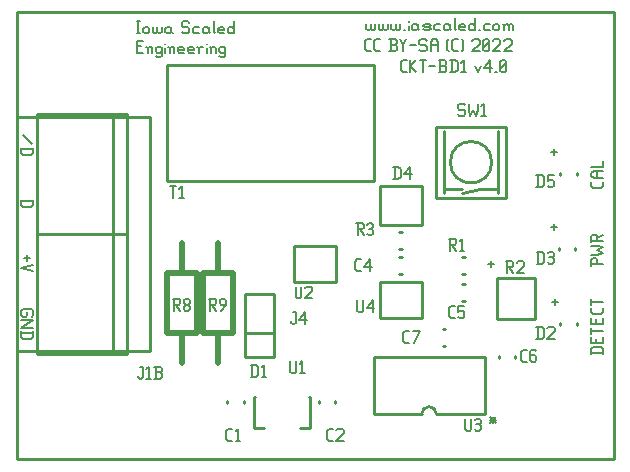
<source format=gbr>
G04 start of page 9 for group -4079 idx -4079 *
G04 Title: (unknown), topsilk *
G04 Creator: pcb 4.0.2 *
G04 CreationDate: Thu Oct 28 15:11:31 2021 UTC *
G04 For: ndholmes *
G04 Format: Gerber/RS-274X *
G04 PCB-Dimensions (mil): 2000.00 1500.00 *
G04 PCB-Coordinate-Origin: lower left *
%MOIN*%
%FSLAX25Y25*%
%LNTOPSILK*%
%ADD69C,0.0200*%
%ADD68C,0.0080*%
%ADD67C,0.0100*%
G54D67*X500Y149500D02*X199500D01*
Y500D01*
X500D01*
Y149500D01*
G54D68*X117000Y145500D02*Y144000D01*
X117500Y143500D01*
X118000D01*
X118500Y144000D01*
Y145500D02*Y144000D01*
X119000Y143500D01*
X119500D01*
X120000Y144000D01*
Y145500D02*Y144000D01*
X121200Y145500D02*Y144000D01*
X121700Y143500D01*
X122200D01*
X122700Y144000D01*
Y145500D02*Y144000D01*
X123200Y143500D01*
X123700D01*
X124200Y144000D01*
Y145500D02*Y144000D01*
X125400Y145500D02*Y144000D01*
X125900Y143500D01*
X126400D01*
X126900Y144000D01*
Y145500D02*Y144000D01*
X127400Y143500D01*
X127900D01*
X128400Y144000D01*
Y145500D02*Y144000D01*
X129600Y143500D02*X130100D01*
X131300Y146500D02*Y146400D01*
Y145000D02*Y143500D01*
X133800Y145500D02*X134300Y145000D01*
X132800Y145500D02*X133800D01*
X132300Y145000D02*X132800Y145500D01*
X132300Y145000D02*Y144000D01*
X132800Y143500D01*
X134300Y145500D02*Y144000D01*
X134800Y143500D01*
X132800D02*X133800D01*
X134300Y144000D01*
X136500Y143500D02*X138000D01*
X138500Y144000D01*
X138000Y144500D02*X138500Y144000D01*
X136500Y144500D02*X138000D01*
X136000Y145000D02*X136500Y144500D01*
X136000Y145000D02*X136500Y145500D01*
X138000D01*
X138500Y145000D01*
X136000Y144000D02*X136500Y143500D01*
X140200Y145500D02*X141700D01*
X139700Y145000D02*X140200Y145500D01*
X139700Y145000D02*Y144000D01*
X140200Y143500D01*
X141700D01*
X144400Y145500D02*X144900Y145000D01*
X143400Y145500D02*X144400D01*
X142900Y145000D02*X143400Y145500D01*
X142900Y145000D02*Y144000D01*
X143400Y143500D01*
X144900Y145500D02*Y144000D01*
X145400Y143500D01*
X143400D02*X144400D01*
X144900Y144000D01*
X146600Y147500D02*Y144000D01*
X147100Y143500D01*
X148600D02*X150100D01*
X148100Y144000D02*X148600Y143500D01*
X148100Y145000D02*Y144000D01*
Y145000D02*X148600Y145500D01*
X149600D01*
X150100Y145000D01*
X148100Y144500D02*X150100D01*
Y145000D02*Y144500D01*
X153300Y147500D02*Y143500D01*
X152800D02*X153300Y144000D01*
X151800Y143500D02*X152800D01*
X151300Y144000D02*X151800Y143500D01*
X151300Y145000D02*Y144000D01*
Y145000D02*X151800Y145500D01*
X152800D01*
X153300Y145000D01*
X154500Y143500D02*X155000D01*
X156700Y145500D02*X158200D01*
X156200Y145000D02*X156700Y145500D01*
X156200Y145000D02*Y144000D01*
X156700Y143500D01*
X158200D01*
X159400Y145000D02*Y144000D01*
Y145000D02*X159900Y145500D01*
X160900D01*
X161400Y145000D01*
Y144000D01*
X160900Y143500D02*X161400Y144000D01*
X159900Y143500D02*X160900D01*
X159400Y144000D02*X159900Y143500D01*
X163100Y145000D02*Y143500D01*
Y145000D02*X163600Y145500D01*
X164100D01*
X164600Y145000D01*
Y143500D01*
Y145000D02*X165100Y145500D01*
X165600D01*
X166100Y145000D01*
Y143500D01*
X162600Y145500D02*X163100Y145000D01*
X178500Y78000D02*X180500D01*
X179500Y79000D02*Y77000D01*
X129200Y129500D02*X130500D01*
X128500Y130200D02*X129200Y129500D01*
X128500Y132800D02*Y130200D01*
Y132800D02*X129200Y133500D01*
X130500D01*
X131700D02*Y129500D01*
Y131500D02*X133700Y133500D01*
X131700Y131500D02*X133700Y129500D01*
X134900Y133500D02*X136900D01*
X135900D02*Y129500D01*
X138100Y131500D02*X140100D01*
X141300Y129500D02*X143300D01*
X143800Y130000D01*
Y131200D02*Y130000D01*
X143300Y131700D02*X143800Y131200D01*
X141800Y131700D02*X143300D01*
X141800Y133500D02*Y129500D01*
X141300Y133500D02*X143300D01*
X143800Y133000D01*
Y132200D01*
X143300Y131700D02*X143800Y132200D01*
X145500Y133500D02*Y129500D01*
X146800Y133500D02*X147500Y132800D01*
Y130200D01*
X146800Y129500D02*X147500Y130200D01*
X145000Y129500D02*X146800D01*
X145000Y133500D02*X146800D01*
X148700Y132700D02*X149500Y133500D01*
Y129500D01*
X148700D02*X150200D01*
X153200Y131500D02*X154200Y129500D01*
X155200Y131500D02*X154200Y129500D01*
X156400Y131000D02*X158400Y133500D01*
X156400Y131000D02*X158900D01*
X158400Y133500D02*Y129500D01*
X160100D02*X160600D01*
X161800Y130000D02*X162300Y129500D01*
X161800Y133000D02*Y130000D01*
Y133000D02*X162300Y133500D01*
X163300D01*
X163800Y133000D01*
Y130000D01*
X163300Y129500D02*X163800Y130000D01*
X162300Y129500D02*X163300D01*
X161800Y130500D02*X163800Y132500D01*
X178500Y103000D02*X180500D01*
X179500Y104000D02*Y102000D01*
X4000Y68500D02*Y66500D01*
X3000Y67500D02*X5000D01*
X6000Y65300D02*X2000Y64300D01*
X6000Y63300D01*
Y48500D02*X5500Y48000D01*
X6000Y50000D02*Y48500D01*
X5500Y50500D02*X6000Y50000D01*
X2500Y50500D02*X5500D01*
X2500D02*X2000Y50000D01*
Y48500D01*
X2500Y48000D01*
X3500D01*
X4000Y48500D02*X3500Y48000D01*
X4000Y49500D02*Y48500D01*
X2000Y46800D02*X6000D01*
X2000Y44300D01*
X6000D01*
X2000Y42600D02*X6000D01*
Y41300D02*X5300Y40600D01*
X2700D02*X5300D01*
X2000Y41300D02*X2700Y40600D01*
X2000Y43100D02*Y41300D01*
X6000Y43100D02*Y41300D01*
X2000Y86500D02*X6000D01*
Y85200D02*X5300Y84500D01*
X2700D02*X5300D01*
X2000Y85200D02*X2700Y84500D01*
X2000Y87000D02*Y85200D01*
X6000Y87000D02*Y85200D01*
X40500Y146500D02*X41500D01*
X41000D02*Y142500D01*
X40500D02*X41500D01*
X42700Y144000D02*Y143000D01*
Y144000D02*X43200Y144500D01*
X44200D01*
X44700Y144000D01*
Y143000D01*
X44200Y142500D02*X44700Y143000D01*
X43200Y142500D02*X44200D01*
X42700Y143000D02*X43200Y142500D01*
X45900Y144500D02*Y143000D01*
X46400Y142500D01*
X46900D01*
X47400Y143000D01*
Y144500D02*Y143000D01*
X47900Y142500D01*
X48400D01*
X48900Y143000D01*
Y144500D02*Y143000D01*
X51600Y144500D02*X52100Y144000D01*
X50600Y144500D02*X51600D01*
X50100Y144000D02*X50600Y144500D01*
X50100Y144000D02*Y143000D01*
X50600Y142500D01*
X52100Y144500D02*Y143000D01*
X52600Y142500D01*
X50600D02*X51600D01*
X52100Y143000D01*
X57600Y146500D02*X58100Y146000D01*
X56100Y146500D02*X57600D01*
X55600Y146000D02*X56100Y146500D01*
X55600Y146000D02*Y145000D01*
X56100Y144500D01*
X57600D01*
X58100Y144000D01*
Y143000D01*
X57600Y142500D02*X58100Y143000D01*
X56100Y142500D02*X57600D01*
X55600Y143000D02*X56100Y142500D01*
X59800Y144500D02*X61300D01*
X59300Y144000D02*X59800Y144500D01*
X59300Y144000D02*Y143000D01*
X59800Y142500D01*
X61300D01*
X64000Y144500D02*X64500Y144000D01*
X63000Y144500D02*X64000D01*
X62500Y144000D02*X63000Y144500D01*
X62500Y144000D02*Y143000D01*
X63000Y142500D01*
X64500Y144500D02*Y143000D01*
X65000Y142500D01*
X63000D02*X64000D01*
X64500Y143000D01*
X66200Y146500D02*Y143000D01*
X66700Y142500D01*
X68200D02*X69700D01*
X67700Y143000D02*X68200Y142500D01*
X67700Y144000D02*Y143000D01*
Y144000D02*X68200Y144500D01*
X69200D01*
X69700Y144000D01*
X67700Y143500D02*X69700D01*
Y144000D02*Y143500D01*
X72900Y146500D02*Y142500D01*
X72400D02*X72900Y143000D01*
X71400Y142500D02*X72400D01*
X70900Y143000D02*X71400Y142500D01*
X70900Y144000D02*Y143000D01*
Y144000D02*X71400Y144500D01*
X72400D01*
X72900Y144000D01*
X40500Y138200D02*X42000D01*
X40500Y136000D02*X42500D01*
X40500Y140000D02*Y136000D01*
Y140000D02*X42500D01*
X44200Y137500D02*Y136000D01*
Y137500D02*X44700Y138000D01*
X45200D01*
X45700Y137500D01*
Y136000D01*
X43700Y138000D02*X44200Y137500D01*
X48400Y138000D02*X48900Y137500D01*
X47400Y138000D02*X48400D01*
X46900Y137500D02*X47400Y138000D01*
X46900Y137500D02*Y136500D01*
X47400Y136000D01*
X48400D01*
X48900Y136500D01*
X46900Y135000D02*X47400Y134500D01*
X48400D01*
X48900Y135000D01*
Y138000D02*Y135000D01*
X50100Y139000D02*Y138900D01*
Y137500D02*Y136000D01*
X51600Y137500D02*Y136000D01*
Y137500D02*X52100Y138000D01*
X52600D01*
X53100Y137500D01*
Y136000D01*
X51100Y138000D02*X51600Y137500D01*
X54800Y136000D02*X56300D01*
X54300Y136500D02*X54800Y136000D01*
X54300Y137500D02*Y136500D01*
Y137500D02*X54800Y138000D01*
X55800D01*
X56300Y137500D01*
X54300Y137000D02*X56300D01*
Y137500D02*Y137000D01*
X58000Y136000D02*X59500D01*
X57500Y136500D02*X58000Y136000D01*
X57500Y137500D02*Y136500D01*
Y137500D02*X58000Y138000D01*
X59000D01*
X59500Y137500D01*
X57500Y137000D02*X59500D01*
Y137500D02*Y137000D01*
X61200Y137500D02*Y136000D01*
Y137500D02*X61700Y138000D01*
X62700D01*
X60700D02*X61200Y137500D01*
X63900Y139000D02*Y138900D01*
Y137500D02*Y136000D01*
X65400Y137500D02*Y136000D01*
Y137500D02*X65900Y138000D01*
X66400D01*
X66900Y137500D01*
Y136000D01*
X64900Y138000D02*X65400Y137500D01*
X69600Y138000D02*X70100Y137500D01*
X68600Y138000D02*X69600D01*
X68100Y137500D02*X68600Y138000D01*
X68100Y137500D02*Y136500D01*
X68600Y136000D01*
X69600D01*
X70100Y136500D01*
X68100Y135000D02*X68600Y134500D01*
X69600D01*
X70100Y135000D01*
Y138000D02*Y135000D01*
X2500Y108500D02*X5500Y105500D01*
X2000Y103800D02*X6000D01*
Y102500D02*X5300Y101800D01*
X2700D02*X5300D01*
X2000Y102500D02*X2700Y101800D01*
X2000Y104300D02*Y102500D01*
X6000Y104300D02*Y102500D01*
X196000Y93000D02*Y91700D01*
X195300Y91000D02*X196000Y91700D01*
X192700Y91000D02*X195300D01*
X192700D02*X192000Y91700D01*
Y93000D02*Y91700D01*
X193000Y94200D02*X196000D01*
X193000D02*X192000Y94900D01*
Y96000D02*Y94900D01*
Y96000D02*X193000Y96700D01*
X196000D01*
X194000D02*Y94200D01*
X192000Y97900D02*X196000D01*
Y99900D02*Y97900D01*
X192000Y36000D02*X196000D01*
X192000Y37300D02*X192700Y38000D01*
X195300D01*
X196000Y37300D02*X195300Y38000D01*
X196000Y37300D02*Y35500D01*
X192000Y37300D02*Y35500D01*
X193800Y40700D02*Y39200D01*
X196000Y41200D02*Y39200D01*
X192000D02*X196000D01*
X192000Y41200D02*Y39200D01*
Y44400D02*Y42400D01*
Y43400D02*X196000D01*
X193800Y47100D02*Y45600D01*
X196000Y47600D02*Y45600D01*
X192000D02*X196000D01*
X192000Y47600D02*Y45600D01*
X196000Y50800D02*Y49500D01*
X195300Y48800D02*X196000Y49500D01*
X192700Y48800D02*X195300D01*
X192700D02*X192000Y49500D01*
Y50800D02*Y49500D01*
Y54000D02*Y52000D01*
Y53000D02*X196000D01*
X192000Y65500D02*X196000D01*
X192000Y67000D02*Y65000D01*
Y67000D02*X192500Y67500D01*
X193500D01*
X194000Y67000D02*X193500Y67500D01*
X194000Y67000D02*Y65500D01*
X192000Y68700D02*X194000D01*
X196000Y69200D01*
X194000Y70200D01*
X196000Y71200D01*
X194000Y71700D01*
X192000D02*X194000D01*
X192000Y74900D02*Y72900D01*
Y74900D02*X192500Y75400D01*
X193500D01*
X194000Y74900D02*X193500Y75400D01*
X194000Y74900D02*Y73400D01*
X192000D02*X196000D01*
X194000Y74200D02*X196000Y75400D01*
X117200Y136500D02*X118500D01*
X116500Y137200D02*X117200Y136500D01*
X116500Y139800D02*Y137200D01*
Y139800D02*X117200Y140500D01*
X118500D01*
X120400Y136500D02*X121700D01*
X119700Y137200D02*X120400Y136500D01*
X119700Y139800D02*Y137200D01*
Y139800D02*X120400Y140500D01*
X121700D01*
X124700Y136500D02*X126700D01*
X127200Y137000D01*
Y138200D02*Y137000D01*
X126700Y138700D02*X127200Y138200D01*
X125200Y138700D02*X126700D01*
X125200Y140500D02*Y136500D01*
X124700Y140500D02*X126700D01*
X127200Y140000D01*
Y139200D01*
X126700Y138700D02*X127200Y139200D01*
X128400Y140500D02*X129400Y138500D01*
X130400Y140500D01*
X129400Y138500D02*Y136500D01*
X131600Y138500D02*X133600D01*
X136800Y140500D02*X137300Y140000D01*
X135300Y140500D02*X136800D01*
X134800Y140000D02*X135300Y140500D01*
X134800Y140000D02*Y139000D01*
X135300Y138500D01*
X136800D01*
X137300Y138000D01*
Y137000D01*
X136800Y136500D02*X137300Y137000D01*
X135300Y136500D02*X136800D01*
X134800Y137000D02*X135300Y136500D01*
X138500Y139500D02*Y136500D01*
Y139500D02*X139200Y140500D01*
X140300D01*
X141000Y139500D01*
Y136500D01*
X138500Y138500D02*X141000D01*
X144000Y137000D02*X144500Y136500D01*
X144000Y140000D02*X144500Y140500D01*
X144000Y140000D02*Y137000D01*
X146400Y136500D02*X147700D01*
X145700Y137200D02*X146400Y136500D01*
X145700Y139800D02*Y137200D01*
Y139800D02*X146400Y140500D01*
X147700D01*
X148900D02*X149400Y140000D01*
Y137000D01*
X148900Y136500D02*X149400Y137000D01*
X152400Y140000D02*X152900Y140500D01*
X154400D01*
X154900Y140000D01*
Y139000D01*
X152400Y136500D02*X154900Y139000D01*
X152400Y136500D02*X154900D01*
X156100Y137000D02*X156600Y136500D01*
X156100Y140000D02*Y137000D01*
Y140000D02*X156600Y140500D01*
X157600D01*
X158100Y140000D01*
Y137000D01*
X157600Y136500D02*X158100Y137000D01*
X156600Y136500D02*X157600D01*
X156100Y137500D02*X158100Y139500D01*
X159300Y140000D02*X159800Y140500D01*
X161300D01*
X161800Y140000D01*
Y139000D01*
X159300Y136500D02*X161800Y139000D01*
X159300Y136500D02*X161800D01*
X163000Y140000D02*X163500Y140500D01*
X165000D01*
X165500Y140000D01*
Y139000D01*
X163000Y136500D02*X165500Y139000D01*
X163000Y136500D02*X165500D01*
X179000Y53000D02*X181000D01*
X180000Y54000D02*Y52000D01*
X157500Y65500D02*X159500D01*
X158500Y66500D02*Y64500D01*
X158348Y14425D02*X160348Y12425D01*
X158348D02*X160348Y14425D01*
X158348Y13425D02*X160348D01*
X159348Y14425D02*Y12425D01*
G54D67*X500Y114500D02*Y36500D01*
X45000Y114500D02*Y36500D01*
X500Y114500D02*X45000D01*
X500Y36500D02*X45000D01*
X7200Y115500D02*Y75500D01*
X37200Y115500D02*Y75500D01*
X32800Y115500D02*Y75500D01*
X7200Y115500D02*X37200D01*
X7200Y75500D02*X37200D01*
X7200D02*Y35500D01*
X37200Y75500D02*Y35500D01*
X32800Y75500D02*Y35500D01*
X7200Y75500D02*X37200D01*
X7200Y35500D02*X37200D01*
X93100Y71500D02*X107000D01*
X93100D02*Y59700D01*
X107000D01*
Y71500D02*Y59700D01*
G54D69*X72500Y62500D02*Y42500D01*
X62500D02*X72500D01*
X62500Y62500D02*Y42500D01*
Y62500D02*X72500D01*
X67500Y72500D02*Y62500D01*
Y42500D02*Y32500D01*
X60500Y62500D02*Y42500D01*
X50500D02*X60500D01*
X50500Y62500D02*Y42500D01*
Y62500D02*X60500D01*
X55500Y72500D02*Y62500D01*
Y42500D02*Y32500D01*
G54D67*X50500Y93250D02*X119500D01*
X50500Y131750D02*X119500D01*
Y93250D01*
X50500Y131750D02*Y93250D01*
X181745Y95893D02*Y95107D01*
X187255Y95893D02*Y95107D01*
X156500Y34500D02*Y15500D01*
X119500Y34500D02*X156500D01*
X119500D02*Y15500D01*
X140500D02*X156500D01*
X119500D02*X135500D01*
X140500D02*G75*G03X135500Y15500I-2500J0D01*G01*
X142607Y43755D02*X143393D01*
X142607Y38245D02*X143393D01*
X161245Y34893D02*Y34107D01*
X166755Y34893D02*Y34107D01*
X160701Y47110D02*X173299D01*
X160701Y60890D02*Y47110D01*
Y60890D02*X173299D01*
Y47110D01*
X181245Y70893D02*Y70107D01*
X186755Y70893D02*Y70107D01*
X181745Y45893D02*Y45107D01*
X187255Y45893D02*Y45107D01*
X121600Y59500D02*X135500D01*
X121600D02*Y47700D01*
X135500D01*
Y59500D02*Y47700D01*
X128107Y76255D02*X128893D01*
X128107Y70745D02*X128893D01*
X128107Y62245D02*X128893D01*
X128107Y67755D02*X128893D01*
X149107D02*X149893D01*
X149107Y62245D02*X149893D01*
X121600Y91500D02*X135500D01*
X121600D02*Y78700D01*
X135500D01*
Y91500D02*Y78700D01*
X149107Y53245D02*X149893D01*
X149107Y58755D02*X149893D01*
X86300Y55500D02*Y34500D01*
X76700Y55500D02*Y34500D01*
X86300D01*
X76700Y55500D02*X86300D01*
X76700Y42500D02*X86300D01*
X106755Y19893D02*Y19107D01*
X101245Y19893D02*Y19107D01*
X76255Y19893D02*Y19107D01*
X70745Y19893D02*Y19107D01*
X98250Y21401D02*Y10771D01*
X79750Y21401D02*Y10771D01*
X95000D02*X98250D01*
X79750D02*X83000D01*
X98071Y21401D02*X98250D01*
X79750D02*X79929D01*
X163800Y111300D02*Y87700D01*
X140200Y111300D02*Y87700D01*
X163800D01*
X140200Y111300D02*X163800D01*
X160850Y109825D02*Y89175D01*
X143150Y109825D02*Y89175D01*
Y90650D02*X149050D01*
X154950D02*X160850D01*
X149050Y89175D02*X154950Y90650D01*
X158900Y99500D02*G75*G03X158900Y99500I-6900J0D01*G01*
G75*G03X145100Y99500I-6900J0D01*G01*
G54D68*X51500Y91500D02*X53500D01*
X52500D02*Y87500D01*
X54700Y90700D02*X55500Y91500D01*
Y87500D01*
X54700D02*X56200D01*
X52500Y54000D02*X54500D01*
X55000Y53500D01*
Y52500D01*
X54500Y52000D02*X55000Y52500D01*
X53000Y52000D02*X54500D01*
X53000Y54000D02*Y50000D01*
X53800Y52000D02*X55000Y50000D01*
X56200Y50500D02*X56700Y50000D01*
X56200Y51300D02*Y50500D01*
Y51300D02*X56900Y52000D01*
X57500D01*
X58200Y51300D01*
Y50500D01*
X57700Y50000D02*X58200Y50500D01*
X56700Y50000D02*X57700D01*
X56200Y52700D02*X56900Y52000D01*
X56200Y53500D02*Y52700D01*
Y53500D02*X56700Y54000D01*
X57700D01*
X58200Y53500D01*
Y52700D01*
X57500Y52000D02*X58200Y52700D01*
X113964Y63107D02*X115264D01*
X113264Y63807D02*X113964Y63107D01*
X113264Y66407D02*Y63807D01*
Y66407D02*X113964Y67107D01*
X115264D01*
X116464Y64607D02*X118464Y67107D01*
X116464Y64607D02*X118964D01*
X118464Y67107D02*Y63107D01*
X92786Y49500D02*X93586D01*
Y46000D01*
X93086Y45500D02*X93586Y46000D01*
X92586Y45500D02*X93086D01*
X92086Y46000D02*X92586Y45500D01*
X92086Y46500D02*Y46000D01*
X94786Y47000D02*X96786Y49500D01*
X94786Y47000D02*X97286D01*
X96786Y49500D02*Y45500D01*
X79000Y32000D02*Y28000D01*
X80300Y32000D02*X81000Y31300D01*
Y28700D01*
X80300Y28000D02*X81000Y28700D01*
X78500Y28000D02*X80300D01*
X78500Y32000D02*X80300D01*
X82200Y31200D02*X83000Y32000D01*
Y28000D01*
X82200D02*X83700D01*
X93500Y58030D02*Y54635D01*
X93985Y54150D01*
X94955D01*
X95440Y54635D01*
Y58030D02*Y54635D01*
X96604Y57545D02*X97089Y58030D01*
X98544D01*
X99029Y57545D01*
Y56575D01*
X96604Y54150D02*X99029Y56575D01*
X96604Y54150D02*X99029D01*
X91801Y33095D02*Y29595D01*
X92301Y29095D01*
X93301D01*
X93801Y29595D01*
Y33095D02*Y29595D01*
X95001Y32295D02*X95801Y33095D01*
Y29095D01*
X95001D02*X96501D01*
X114000Y53500D02*Y50000D01*
X114500Y49500D01*
X115500D01*
X116000Y50000D01*
Y53500D02*Y50000D01*
X117200Y51000D02*X119200Y53500D01*
X117200Y51000D02*X119700D01*
X119200Y53500D02*Y49500D01*
X113721Y79170D02*X115681D01*
X116171Y78680D01*
Y77700D01*
X115681Y77210D02*X116171Y77700D01*
X114211Y77210D02*X115681D01*
X114211Y79170D02*Y75250D01*
X114995Y77210D02*X116171Y75250D01*
X117347Y78680D02*X117837Y79170D01*
X118817D01*
X119307Y78680D01*
X118817Y75250D02*X119307Y75740D01*
X117837Y75250D02*X118817D01*
X117347Y75740D02*X117837Y75250D01*
Y77406D02*X118817D01*
X119307Y78680D02*Y77896D01*
Y76916D02*Y75740D01*
Y76916D02*X118817Y77406D01*
X119307Y77896D02*X118817Y77406D01*
X130007Y39150D02*X131307D01*
X129307Y39850D02*X130007Y39150D01*
X129307Y42450D02*Y39850D01*
Y42450D02*X130007Y43150D01*
X131307D01*
X133007Y39150D02*X135007Y43150D01*
X132507D02*X135007D01*
X71093Y6607D02*X72393D01*
X70393Y7307D02*X71093Y6607D01*
X70393Y9907D02*Y7307D01*
Y9907D02*X71093Y10607D01*
X72393D01*
X73593Y9807D02*X74393Y10607D01*
Y6607D01*
X73593D02*X75093D01*
X64500Y54000D02*X66500D01*
X67000Y53500D01*
Y52500D01*
X66500Y52000D02*X67000Y52500D01*
X65000Y52000D02*X66500D01*
X65000Y54000D02*Y50000D01*
X65800Y52000D02*X67000Y50000D01*
X68700D02*X70200Y52000D01*
Y53500D02*Y52000D01*
X69700Y54000D02*X70200Y53500D01*
X68700Y54000D02*X69700D01*
X68200Y53500D02*X68700Y54000D01*
X68200Y53500D02*Y52500D01*
X68700Y52000D01*
X70200D01*
X41724Y31256D02*X42524D01*
Y27756D01*
X42024Y27256D02*X42524Y27756D01*
X41524Y27256D02*X42024D01*
X41024Y27756D02*X41524Y27256D01*
X41024Y28256D02*Y27756D01*
X43724Y30456D02*X44524Y31256D01*
Y27256D01*
X43724D02*X45224D01*
X46424D02*X48424D01*
X48924Y27756D01*
Y28956D02*Y27756D01*
X48424Y29456D02*X48924Y28956D01*
X46924Y29456D02*X48424D01*
X46924Y31256D02*Y27256D01*
X46424Y31256D02*X48424D01*
X48924Y30756D01*
Y29956D01*
X48424Y29456D02*X48924Y29956D01*
X174436Y69650D02*Y65650D01*
X175736Y69650D02*X176436Y68950D01*
Y66350D01*
X175736Y65650D02*X176436Y66350D01*
X173936Y65650D02*X175736D01*
X173936Y69650D02*X175736D01*
X177636Y69150D02*X178136Y69650D01*
X179136D01*
X179636Y69150D01*
X179136Y65650D02*X179636Y66150D01*
X178136Y65650D02*X179136D01*
X177636Y66150D02*X178136Y65650D01*
Y67850D02*X179136D01*
X179636Y69150D02*Y68350D01*
Y67350D02*Y66150D01*
Y67350D02*X179136Y67850D01*
X179636Y68350D02*X179136Y67850D01*
X144500Y74000D02*X146500D01*
X147000Y73500D01*
Y72500D01*
X146500Y72000D02*X147000Y72500D01*
X145000Y72000D02*X146500D01*
X145000Y74000D02*Y70000D01*
X145800Y72000D02*X147000Y70000D01*
X148200Y73200D02*X149000Y74000D01*
Y70000D01*
X148200D02*X149700D01*
X145200Y47500D02*X146500D01*
X144500Y48200D02*X145200Y47500D01*
X144500Y50800D02*Y48200D01*
Y50800D02*X145200Y51500D01*
X146500D01*
X147700D02*X149700D01*
X147700D02*Y49500D01*
X148200Y50000D01*
X149200D01*
X149700Y49500D01*
Y48000D01*
X149200Y47500D02*X149700Y48000D01*
X148200Y47500D02*X149200D01*
X147700Y48000D02*X148200Y47500D01*
X163500Y66500D02*X165500D01*
X166000Y66000D01*
Y65000D01*
X165500Y64500D02*X166000Y65000D01*
X164000Y64500D02*X165500D01*
X164000Y66500D02*Y62500D01*
X164800Y64500D02*X166000Y62500D01*
X167200Y66000D02*X167700Y66500D01*
X169200D01*
X169700Y66000D01*
Y65000D01*
X167200Y62500D02*X169700Y65000D01*
X167200Y62500D02*X169700D01*
X174307Y95150D02*Y91150D01*
X175607Y95150D02*X176307Y94450D01*
Y91850D01*
X175607Y91150D02*X176307Y91850D01*
X173807Y91150D02*X175607D01*
X173807Y95150D02*X175607D01*
X177507D02*X179507D01*
X177507D02*Y93150D01*
X178007Y93650D01*
X179007D01*
X179507Y93150D01*
Y91650D01*
X179007Y91150D02*X179507Y91650D01*
X178007Y91150D02*X179007D01*
X177507Y91650D02*X178007Y91150D01*
X174264Y44650D02*Y40650D01*
X175564Y44650D02*X176264Y43950D01*
Y41350D01*
X175564Y40650D02*X176264Y41350D01*
X173764Y40650D02*X175564D01*
X173764Y44650D02*X175564D01*
X177464Y44150D02*X177964Y44650D01*
X179464D01*
X179964Y44150D01*
Y43150D01*
X177464Y40650D02*X179964Y43150D01*
X177464Y40650D02*X179964D01*
X169200Y33000D02*X170500D01*
X168500Y33700D02*X169200Y33000D01*
X168500Y36300D02*Y33700D01*
Y36300D02*X169200Y37000D01*
X170500D01*
X173200D02*X173700Y36500D01*
X172200Y37000D02*X173200D01*
X171700Y36500D02*X172200Y37000D01*
X171700Y36500D02*Y33500D01*
X172200Y33000D01*
X173200Y35200D02*X173700Y34700D01*
X171700Y35200D02*X173200D01*
X172200Y33000D02*X173200D01*
X173700Y33500D01*
Y34700D02*Y33500D01*
X150000Y14000D02*Y10500D01*
X150500Y10000D01*
X151500D01*
X152000Y10500D01*
Y14000D02*Y10500D01*
X153200Y13500D02*X153700Y14000D01*
X154700D01*
X155200Y13500D01*
X154700Y10000D02*X155200Y10500D01*
X153700Y10000D02*X154700D01*
X153200Y10500D02*X153700Y10000D01*
Y12200D02*X154700D01*
X155200Y13500D02*Y12700D01*
Y11700D02*Y10500D01*
Y11700D02*X154700Y12200D01*
X155200Y12700D02*X154700Y12200D01*
X126500Y98000D02*Y94000D01*
X127800Y98000D02*X128500Y97300D01*
Y94700D01*
X127800Y94000D02*X128500Y94700D01*
X126000Y94000D02*X127800D01*
X126000Y98000D02*X127800D01*
X129700Y95500D02*X131700Y98000D01*
X129700Y95500D02*X132200D01*
X131700Y98000D02*Y94000D01*
X149500Y119000D02*X150000Y118500D01*
X148000Y119000D02*X149500D01*
X147500Y118500D02*X148000Y119000D01*
X147500Y118500D02*Y117500D01*
X148000Y117000D01*
X149500D01*
X150000Y116500D01*
Y115500D01*
X149500Y115000D02*X150000Y115500D01*
X148000Y115000D02*X149500D01*
X147500Y115500D02*X148000Y115000D01*
X151200Y119000D02*Y117000D01*
X151700Y115000D01*
X152700Y117000D01*
X153700Y115000D01*
X154200Y117000D01*
Y119000D02*Y117000D01*
X155400Y118200D02*X156200Y119000D01*
Y115000D01*
X155400D02*X156900D01*
X104550Y6650D02*X105850D01*
X103850Y7350D02*X104550Y6650D01*
X103850Y9950D02*Y7350D01*
Y9950D02*X104550Y10650D01*
X105850D01*
X107050Y10150D02*X107550Y10650D01*
X109050D01*
X109550Y10150D01*
Y9150D01*
X107050Y6650D02*X109550Y9150D01*
X107050Y6650D02*X109550D01*
M02*

</source>
